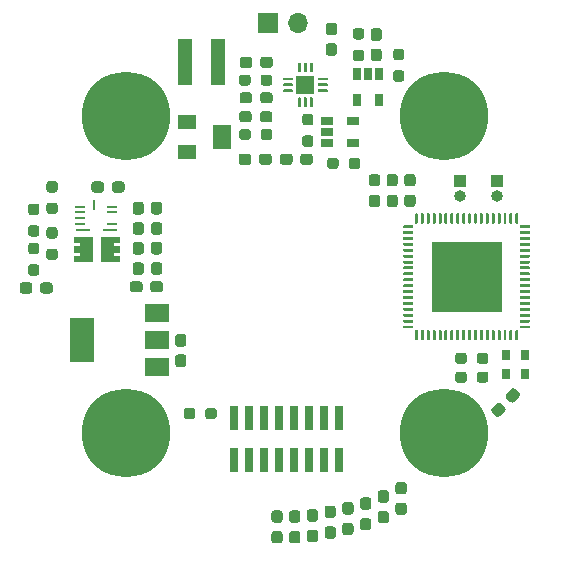
<source format=gbr>
%TF.GenerationSoftware,KiCad,Pcbnew,5.1.10-88a1d61d58~90~ubuntu20.04.1*%
%TF.CreationDate,2021-11-09T12:00:25+00:00*%
%TF.ProjectId,UFOControlDeck,55464f43-6f6e-4747-926f-6c4465636b2e,rev?*%
%TF.SameCoordinates,Original*%
%TF.FileFunction,Soldermask,Top*%
%TF.FilePolarity,Negative*%
%FSLAX46Y46*%
G04 Gerber Fmt 4.6, Leading zero omitted, Abs format (unit mm)*
G04 Created by KiCad (PCBNEW 5.1.10-88a1d61d58~90~ubuntu20.04.1) date 2021-11-09 12:00:25*
%MOMM*%
%LPD*%
G01*
G04 APERTURE LIST*
%ADD10C,0.010000*%
%ADD11R,0.250000X0.900000*%
%ADD12R,1.300000X0.250000*%
%ADD13R,0.900000X0.250000*%
%ADD14O,1.000000X1.000000*%
%ADD15R,1.000000X1.000000*%
%ADD16R,0.750000X2.100000*%
%ADD17R,2.000000X1.500000*%
%ADD18R,2.000000X3.800000*%
%ADD19R,6.000000X6.000000*%
%ADD20C,7.500000*%
%ADD21R,1.600000X1.300000*%
%ADD22R,1.600000X2.000000*%
%ADD23R,0.650000X1.060000*%
%ADD24R,1.650000X1.650000*%
%ADD25R,1.200000X3.900000*%
%ADD26O,1.700000X1.700000*%
%ADD27R,1.700000X1.700000*%
%ADD28R,1.060000X0.650000*%
%ADD29R,0.650000X0.850000*%
G04 APERTURE END LIST*
D10*
%TO.C,U8*%
G36*
X120800000Y-112075000D02*
G01*
X120800000Y-112525000D01*
X121300000Y-112525000D01*
X121300000Y-112875000D01*
X120800000Y-112875000D01*
X120800000Y-113325000D01*
X121300000Y-113325000D01*
X121300000Y-113675000D01*
X120800000Y-113675000D01*
X120800000Y-114125000D01*
X122300000Y-114125000D01*
X122300000Y-112075000D01*
X120800000Y-112075000D01*
G37*
X120800000Y-112075000D02*
X120800000Y-112525000D01*
X121300000Y-112525000D01*
X121300000Y-112875000D01*
X120800000Y-112875000D01*
X120800000Y-113325000D01*
X121300000Y-113325000D01*
X121300000Y-113675000D01*
X120800000Y-113675000D01*
X120800000Y-114125000D01*
X122300000Y-114125000D01*
X122300000Y-112075000D01*
X120800000Y-112075000D01*
G36*
X124600000Y-112075000D02*
G01*
X124600000Y-112525000D01*
X124100000Y-112525000D01*
X124100000Y-112875000D01*
X124600000Y-112875000D01*
X124600000Y-113325000D01*
X124100000Y-113325000D01*
X124100000Y-113675000D01*
X124600000Y-113675000D01*
X124600000Y-114125000D01*
X123100000Y-114125000D01*
X123100000Y-112075000D01*
X124600000Y-112075000D01*
G37*
X124600000Y-112075000D02*
X124600000Y-112525000D01*
X124100000Y-112525000D01*
X124100000Y-112875000D01*
X124600000Y-112875000D01*
X124600000Y-113325000D01*
X124100000Y-113325000D01*
X124100000Y-113675000D01*
X124600000Y-113675000D01*
X124600000Y-114125000D01*
X123100000Y-114125000D01*
X123100000Y-112075000D01*
X124600000Y-112075000D01*
%TD*%
%TO.C,D3*%
G36*
G01*
X146012500Y-108500000D02*
X146487500Y-108500000D01*
G75*
G02*
X146725000Y-108737500I0J-237500D01*
G01*
X146725000Y-109312500D01*
G75*
G02*
X146487500Y-109550000I-237500J0D01*
G01*
X146012500Y-109550000D01*
G75*
G02*
X145775000Y-109312500I0J237500D01*
G01*
X145775000Y-108737500D01*
G75*
G02*
X146012500Y-108500000I237500J0D01*
G01*
G37*
G36*
G01*
X146012500Y-106750000D02*
X146487500Y-106750000D01*
G75*
G02*
X146725000Y-106987500I0J-237500D01*
G01*
X146725000Y-107562500D01*
G75*
G02*
X146487500Y-107800000I-237500J0D01*
G01*
X146012500Y-107800000D01*
G75*
G02*
X145775000Y-107562500I0J237500D01*
G01*
X145775000Y-106987500D01*
G75*
G02*
X146012500Y-106750000I237500J0D01*
G01*
G37*
%TD*%
%TO.C,D1*%
G36*
G01*
X147512500Y-108500000D02*
X147987500Y-108500000D01*
G75*
G02*
X148225000Y-108737500I0J-237500D01*
G01*
X148225000Y-109312500D01*
G75*
G02*
X147987500Y-109550000I-237500J0D01*
G01*
X147512500Y-109550000D01*
G75*
G02*
X147275000Y-109312500I0J237500D01*
G01*
X147275000Y-108737500D01*
G75*
G02*
X147512500Y-108500000I237500J0D01*
G01*
G37*
G36*
G01*
X147512500Y-106750000D02*
X147987500Y-106750000D01*
G75*
G02*
X148225000Y-106987500I0J-237500D01*
G01*
X148225000Y-107562500D01*
G75*
G02*
X147987500Y-107800000I-237500J0D01*
G01*
X147512500Y-107800000D01*
G75*
G02*
X147275000Y-107562500I0J237500D01*
G01*
X147275000Y-106987500D01*
G75*
G02*
X147512500Y-106750000I237500J0D01*
G01*
G37*
%TD*%
%TO.C,C48*%
G36*
G01*
X142837500Y-95012499D02*
X142362500Y-95012499D01*
G75*
G02*
X142125000Y-94774999I0J237500D01*
G01*
X142125000Y-94174999D01*
G75*
G02*
X142362500Y-93937499I237500J0D01*
G01*
X142837500Y-93937499D01*
G75*
G02*
X143075000Y-94174999I0J-237500D01*
G01*
X143075000Y-94774999D01*
G75*
G02*
X142837500Y-95012499I-237500J0D01*
G01*
G37*
G36*
G01*
X142837500Y-96737499D02*
X142362500Y-96737499D01*
G75*
G02*
X142125000Y-96499999I0J237500D01*
G01*
X142125000Y-95899999D01*
G75*
G02*
X142362500Y-95662499I237500J0D01*
G01*
X142837500Y-95662499D01*
G75*
G02*
X143075000Y-95899999I0J-237500D01*
G01*
X143075000Y-96499999D01*
G75*
G02*
X142837500Y-96737499I-237500J0D01*
G01*
G37*
%TD*%
D11*
%TO.C,U8*%
X122525000Y-109350000D03*
D12*
X123850000Y-111500000D03*
D13*
X124050000Y-111000000D03*
X124050000Y-110000000D03*
X124050000Y-109500000D03*
D12*
X121550000Y-111500000D03*
D13*
X121350000Y-111000000D03*
X121350000Y-110500000D03*
X121350000Y-110000000D03*
X121350000Y-109500000D03*
%TD*%
%TO.C,R35*%
G36*
G01*
X117162500Y-111075000D02*
X117637500Y-111075000D01*
G75*
G02*
X117875000Y-111312500I0J-237500D01*
G01*
X117875000Y-111812500D01*
G75*
G02*
X117637500Y-112050000I-237500J0D01*
G01*
X117162500Y-112050000D01*
G75*
G02*
X116925000Y-111812500I0J237500D01*
G01*
X116925000Y-111312500D01*
G75*
G02*
X117162500Y-111075000I237500J0D01*
G01*
G37*
G36*
G01*
X117162500Y-109250000D02*
X117637500Y-109250000D01*
G75*
G02*
X117875000Y-109487500I0J-237500D01*
G01*
X117875000Y-109987500D01*
G75*
G02*
X117637500Y-110225000I-237500J0D01*
G01*
X117162500Y-110225000D01*
G75*
G02*
X116925000Y-109987500I0J237500D01*
G01*
X116925000Y-109487500D01*
G75*
G02*
X117162500Y-109250000I237500J0D01*
G01*
G37*
%TD*%
%TO.C,R15*%
G36*
G01*
X154912500Y-122587500D02*
X154912500Y-122112500D01*
G75*
G02*
X155150000Y-121875000I237500J0D01*
G01*
X155650000Y-121875000D01*
G75*
G02*
X155887500Y-122112500I0J-237500D01*
G01*
X155887500Y-122587500D01*
G75*
G02*
X155650000Y-122825000I-237500J0D01*
G01*
X155150000Y-122825000D01*
G75*
G02*
X154912500Y-122587500I0J237500D01*
G01*
G37*
G36*
G01*
X153087500Y-122587500D02*
X153087500Y-122112500D01*
G75*
G02*
X153325000Y-121875000I237500J0D01*
G01*
X153825000Y-121875000D01*
G75*
G02*
X154062500Y-122112500I0J-237500D01*
G01*
X154062500Y-122587500D01*
G75*
G02*
X153825000Y-122825000I-237500J0D01*
G01*
X153325000Y-122825000D01*
G75*
G02*
X153087500Y-122587500I0J237500D01*
G01*
G37*
%TD*%
%TO.C,R14*%
G36*
G01*
X154062500Y-123712500D02*
X154062500Y-124187500D01*
G75*
G02*
X153825000Y-124425000I-237500J0D01*
G01*
X153325000Y-124425000D01*
G75*
G02*
X153087500Y-124187500I0J237500D01*
G01*
X153087500Y-123712500D01*
G75*
G02*
X153325000Y-123475000I237500J0D01*
G01*
X153825000Y-123475000D01*
G75*
G02*
X154062500Y-123712500I0J-237500D01*
G01*
G37*
G36*
G01*
X155887500Y-123712500D02*
X155887500Y-124187500D01*
G75*
G02*
X155650000Y-124425000I-237500J0D01*
G01*
X155150000Y-124425000D01*
G75*
G02*
X154912500Y-124187500I0J237500D01*
G01*
X154912500Y-123712500D01*
G75*
G02*
X155150000Y-123475000I237500J0D01*
G01*
X155650000Y-123475000D01*
G75*
G02*
X155887500Y-123712500I0J-237500D01*
G01*
G37*
%TD*%
%TO.C,R9*%
G36*
G01*
X131062500Y-126787500D02*
X131062500Y-127262500D01*
G75*
G02*
X130825000Y-127500000I-237500J0D01*
G01*
X130325000Y-127500000D01*
G75*
G02*
X130087500Y-127262500I0J237500D01*
G01*
X130087500Y-126787500D01*
G75*
G02*
X130325000Y-126550000I237500J0D01*
G01*
X130825000Y-126550000D01*
G75*
G02*
X131062500Y-126787500I0J-237500D01*
G01*
G37*
G36*
G01*
X132887500Y-126787500D02*
X132887500Y-127262500D01*
G75*
G02*
X132650000Y-127500000I-237500J0D01*
G01*
X132150000Y-127500000D01*
G75*
G02*
X131912500Y-127262500I0J237500D01*
G01*
X131912500Y-126787500D01*
G75*
G02*
X132150000Y-126550000I237500J0D01*
G01*
X132650000Y-126550000D01*
G75*
G02*
X132887500Y-126787500I0J-237500D01*
G01*
G37*
%TD*%
%TO.C,R6*%
G36*
G01*
X117637500Y-113537500D02*
X117162500Y-113537500D01*
G75*
G02*
X116925000Y-113300000I0J237500D01*
G01*
X116925000Y-112800000D01*
G75*
G02*
X117162500Y-112562500I237500J0D01*
G01*
X117637500Y-112562500D01*
G75*
G02*
X117875000Y-112800000I0J-237500D01*
G01*
X117875000Y-113300000D01*
G75*
G02*
X117637500Y-113537500I-237500J0D01*
G01*
G37*
G36*
G01*
X117637500Y-115362500D02*
X117162500Y-115362500D01*
G75*
G02*
X116925000Y-115125000I0J237500D01*
G01*
X116925000Y-114625000D01*
G75*
G02*
X117162500Y-114387500I237500J0D01*
G01*
X117637500Y-114387500D01*
G75*
G02*
X117875000Y-114625000I0J-237500D01*
G01*
X117875000Y-115125000D01*
G75*
G02*
X117637500Y-115362500I-237500J0D01*
G01*
G37*
%TD*%
%TO.C,R5*%
G36*
G01*
X118712500Y-109162500D02*
X119187500Y-109162500D01*
G75*
G02*
X119425000Y-109400000I0J-237500D01*
G01*
X119425000Y-109900000D01*
G75*
G02*
X119187500Y-110137500I-237500J0D01*
G01*
X118712500Y-110137500D01*
G75*
G02*
X118475000Y-109900000I0J237500D01*
G01*
X118475000Y-109400000D01*
G75*
G02*
X118712500Y-109162500I237500J0D01*
G01*
G37*
G36*
G01*
X118712500Y-107337500D02*
X119187500Y-107337500D01*
G75*
G02*
X119425000Y-107575000I0J-237500D01*
G01*
X119425000Y-108075000D01*
G75*
G02*
X119187500Y-108312500I-237500J0D01*
G01*
X118712500Y-108312500D01*
G75*
G02*
X118475000Y-108075000I0J237500D01*
G01*
X118475000Y-107575000D01*
G75*
G02*
X118712500Y-107337500I237500J0D01*
G01*
G37*
%TD*%
%TO.C,R4*%
G36*
G01*
X118712500Y-113062500D02*
X119187500Y-113062500D01*
G75*
G02*
X119425000Y-113300000I0J-237500D01*
G01*
X119425000Y-113800000D01*
G75*
G02*
X119187500Y-114037500I-237500J0D01*
G01*
X118712500Y-114037500D01*
G75*
G02*
X118475000Y-113800000I0J237500D01*
G01*
X118475000Y-113300000D01*
G75*
G02*
X118712500Y-113062500I237500J0D01*
G01*
G37*
G36*
G01*
X118712500Y-111237500D02*
X119187500Y-111237500D01*
G75*
G02*
X119425000Y-111475000I0J-237500D01*
G01*
X119425000Y-111975000D01*
G75*
G02*
X119187500Y-112212500I-237500J0D01*
G01*
X118712500Y-112212500D01*
G75*
G02*
X118475000Y-111975000I0J237500D01*
G01*
X118475000Y-111475000D01*
G75*
G02*
X118712500Y-111237500I237500J0D01*
G01*
G37*
%TD*%
D14*
%TO.C,J10*%
X153500000Y-108620000D03*
D15*
X153500000Y-107350000D03*
%TD*%
D14*
%TO.C,J3*%
X156625000Y-108620000D03*
D15*
X156625000Y-107350000D03*
%TD*%
%TO.C,D13*%
G36*
G01*
X149012500Y-108500000D02*
X149487500Y-108500000D01*
G75*
G02*
X149725000Y-108737500I0J-237500D01*
G01*
X149725000Y-109312500D01*
G75*
G02*
X149487500Y-109550000I-237500J0D01*
G01*
X149012500Y-109550000D01*
G75*
G02*
X148775000Y-109312500I0J237500D01*
G01*
X148775000Y-108737500D01*
G75*
G02*
X149012500Y-108500000I237500J0D01*
G01*
G37*
G36*
G01*
X149012500Y-106750000D02*
X149487500Y-106750000D01*
G75*
G02*
X149725000Y-106987500I0J-237500D01*
G01*
X149725000Y-107562500D01*
G75*
G02*
X149487500Y-107800000I-237500J0D01*
G01*
X149012500Y-107800000D01*
G75*
G02*
X148775000Y-107562500I0J237500D01*
G01*
X148775000Y-106987500D01*
G75*
G02*
X149012500Y-106750000I237500J0D01*
G01*
G37*
%TD*%
%TO.C,C40*%
G36*
G01*
X127562500Y-114212499D02*
X128037500Y-114212499D01*
G75*
G02*
X128275000Y-114449999I0J-237500D01*
G01*
X128275000Y-115049999D01*
G75*
G02*
X128037500Y-115287499I-237500J0D01*
G01*
X127562500Y-115287499D01*
G75*
G02*
X127325000Y-115049999I0J237500D01*
G01*
X127325000Y-114449999D01*
G75*
G02*
X127562500Y-114212499I237500J0D01*
G01*
G37*
G36*
G01*
X127562500Y-112487499D02*
X128037500Y-112487499D01*
G75*
G02*
X128275000Y-112724999I0J-237500D01*
G01*
X128275000Y-113324999D01*
G75*
G02*
X128037500Y-113562499I-237500J0D01*
G01*
X127562500Y-113562499D01*
G75*
G02*
X127325000Y-113324999I0J237500D01*
G01*
X127325000Y-112724999D01*
G75*
G02*
X127562500Y-112487499I237500J0D01*
G01*
G37*
%TD*%
%TO.C,C39*%
G36*
G01*
X126012500Y-114225000D02*
X126487500Y-114225000D01*
G75*
G02*
X126725000Y-114462500I0J-237500D01*
G01*
X126725000Y-115062500D01*
G75*
G02*
X126487500Y-115300000I-237500J0D01*
G01*
X126012500Y-115300000D01*
G75*
G02*
X125775000Y-115062500I0J237500D01*
G01*
X125775000Y-114462500D01*
G75*
G02*
X126012500Y-114225000I237500J0D01*
G01*
G37*
G36*
G01*
X126012500Y-112500000D02*
X126487500Y-112500000D01*
G75*
G02*
X126725000Y-112737500I0J-237500D01*
G01*
X126725000Y-113337500D01*
G75*
G02*
X126487500Y-113575000I-237500J0D01*
G01*
X126012500Y-113575000D01*
G75*
G02*
X125775000Y-113337500I0J237500D01*
G01*
X125775000Y-112737500D01*
G75*
G02*
X126012500Y-112500000I237500J0D01*
G01*
G37*
%TD*%
%TO.C,C14*%
G36*
G01*
X157747748Y-126038128D02*
X157411872Y-125702252D01*
G75*
G02*
X157411872Y-125366376I167938J167938D01*
G01*
X157836136Y-124942112D01*
G75*
G02*
X158172012Y-124942112I167938J-167938D01*
G01*
X158507888Y-125277988D01*
G75*
G02*
X158507888Y-125613864I-167938J-167938D01*
G01*
X158083624Y-126038128D01*
G75*
G02*
X157747748Y-126038128I-167938J167938D01*
G01*
G37*
G36*
G01*
X156527988Y-127257888D02*
X156192112Y-126922012D01*
G75*
G02*
X156192112Y-126586136I167938J167938D01*
G01*
X156616376Y-126161872D01*
G75*
G02*
X156952252Y-126161872I167938J-167938D01*
G01*
X157288128Y-126497748D01*
G75*
G02*
X157288128Y-126833624I-167938J-167938D01*
G01*
X156863864Y-127257888D01*
G75*
G02*
X156527988Y-127257888I-167938J167938D01*
G01*
G37*
%TD*%
%TO.C,C9*%
G36*
G01*
X128037500Y-110175000D02*
X127562500Y-110175000D01*
G75*
G02*
X127325000Y-109937500I0J237500D01*
G01*
X127325000Y-109337500D01*
G75*
G02*
X127562500Y-109100000I237500J0D01*
G01*
X128037500Y-109100000D01*
G75*
G02*
X128275000Y-109337500I0J-237500D01*
G01*
X128275000Y-109937500D01*
G75*
G02*
X128037500Y-110175000I-237500J0D01*
G01*
G37*
G36*
G01*
X128037500Y-111900000D02*
X127562500Y-111900000D01*
G75*
G02*
X127325000Y-111662500I0J237500D01*
G01*
X127325000Y-111062500D01*
G75*
G02*
X127562500Y-110825000I237500J0D01*
G01*
X128037500Y-110825000D01*
G75*
G02*
X128275000Y-111062500I0J-237500D01*
G01*
X128275000Y-111662500D01*
G75*
G02*
X128037500Y-111900000I-237500J0D01*
G01*
G37*
%TD*%
%TO.C,C8*%
G36*
G01*
X126487500Y-110175000D02*
X126012500Y-110175000D01*
G75*
G02*
X125775000Y-109937500I0J237500D01*
G01*
X125775000Y-109337500D01*
G75*
G02*
X126012500Y-109100000I237500J0D01*
G01*
X126487500Y-109100000D01*
G75*
G02*
X126725000Y-109337500I0J-237500D01*
G01*
X126725000Y-109937500D01*
G75*
G02*
X126487500Y-110175000I-237500J0D01*
G01*
G37*
G36*
G01*
X126487500Y-111900000D02*
X126012500Y-111900000D01*
G75*
G02*
X125775000Y-111662500I0J237500D01*
G01*
X125775000Y-111062500D01*
G75*
G02*
X126012500Y-110825000I237500J0D01*
G01*
X126487500Y-110825000D01*
G75*
G02*
X126725000Y-111062500I0J-237500D01*
G01*
X126725000Y-111662500D01*
G75*
G02*
X126487500Y-111900000I-237500J0D01*
G01*
G37*
%TD*%
%TO.C,C6*%
G36*
G01*
X124012500Y-108087500D02*
X124012500Y-107612500D01*
G75*
G02*
X124250000Y-107375000I237500J0D01*
G01*
X124850000Y-107375000D01*
G75*
G02*
X125087500Y-107612500I0J-237500D01*
G01*
X125087500Y-108087500D01*
G75*
G02*
X124850000Y-108325000I-237500J0D01*
G01*
X124250000Y-108325000D01*
G75*
G02*
X124012500Y-108087500I0J237500D01*
G01*
G37*
G36*
G01*
X122287500Y-108087500D02*
X122287500Y-107612500D01*
G75*
G02*
X122525000Y-107375000I237500J0D01*
G01*
X123125000Y-107375000D01*
G75*
G02*
X123362500Y-107612500I0J-237500D01*
G01*
X123362500Y-108087500D01*
G75*
G02*
X123125000Y-108325000I-237500J0D01*
G01*
X122525000Y-108325000D01*
G75*
G02*
X122287500Y-108087500I0J237500D01*
G01*
G37*
%TD*%
%TO.C,C4*%
G36*
G01*
X117287500Y-116162500D02*
X117287500Y-116637500D01*
G75*
G02*
X117050000Y-116875000I-237500J0D01*
G01*
X116450000Y-116875000D01*
G75*
G02*
X116212500Y-116637500I0J237500D01*
G01*
X116212500Y-116162500D01*
G75*
G02*
X116450000Y-115925000I237500J0D01*
G01*
X117050000Y-115925000D01*
G75*
G02*
X117287500Y-116162500I0J-237500D01*
G01*
G37*
G36*
G01*
X119012500Y-116162500D02*
X119012500Y-116637500D01*
G75*
G02*
X118775000Y-116875000I-237500J0D01*
G01*
X118175000Y-116875000D01*
G75*
G02*
X117937500Y-116637500I0J237500D01*
G01*
X117937500Y-116162500D01*
G75*
G02*
X118175000Y-115925000I237500J0D01*
G01*
X118775000Y-115925000D01*
G75*
G02*
X119012500Y-116162500I0J-237500D01*
G01*
G37*
%TD*%
%TO.C,R2*%
G36*
G01*
X143212500Y-105612500D02*
X143212500Y-106087500D01*
G75*
G02*
X142975000Y-106325000I-237500J0D01*
G01*
X142475000Y-106325000D01*
G75*
G02*
X142237500Y-106087500I0J237500D01*
G01*
X142237500Y-105612500D01*
G75*
G02*
X142475000Y-105375000I237500J0D01*
G01*
X142975000Y-105375000D01*
G75*
G02*
X143212500Y-105612500I0J-237500D01*
G01*
G37*
G36*
G01*
X145037500Y-105612500D02*
X145037500Y-106087500D01*
G75*
G02*
X144800000Y-106325000I-237500J0D01*
G01*
X144300000Y-106325000D01*
G75*
G02*
X144062500Y-106087500I0J237500D01*
G01*
X144062500Y-105612500D01*
G75*
G02*
X144300000Y-105375000I237500J0D01*
G01*
X144800000Y-105375000D01*
G75*
G02*
X145037500Y-105612500I0J-237500D01*
G01*
G37*
%TD*%
%TO.C,R1*%
G36*
G01*
X148062500Y-97962500D02*
X148537500Y-97962500D01*
G75*
G02*
X148775000Y-98200000I0J-237500D01*
G01*
X148775000Y-98700000D01*
G75*
G02*
X148537500Y-98937500I-237500J0D01*
G01*
X148062500Y-98937500D01*
G75*
G02*
X147825000Y-98700000I0J237500D01*
G01*
X147825000Y-98200000D01*
G75*
G02*
X148062500Y-97962500I237500J0D01*
G01*
G37*
G36*
G01*
X148062500Y-96137500D02*
X148537500Y-96137500D01*
G75*
G02*
X148775000Y-96375000I0J-237500D01*
G01*
X148775000Y-96875000D01*
G75*
G02*
X148537500Y-97112500I-237500J0D01*
G01*
X148062500Y-97112500D01*
G75*
G02*
X147825000Y-96875000I0J237500D01*
G01*
X147825000Y-96375000D01*
G75*
G02*
X148062500Y-96137500I237500J0D01*
G01*
G37*
%TD*%
D16*
%TO.C,J2*%
X143245000Y-131000000D03*
X143245000Y-127400000D03*
X141975000Y-131000000D03*
X141975000Y-127400000D03*
X140705000Y-131000000D03*
X140705000Y-127400000D03*
X139435000Y-131000000D03*
X139435000Y-127400000D03*
X138165000Y-131000000D03*
X138165000Y-127400000D03*
X136895000Y-131000000D03*
X136895000Y-127400000D03*
X135625000Y-131000000D03*
X135625000Y-127400000D03*
X134355000Y-131000000D03*
X134355000Y-127400000D03*
%TD*%
D17*
%TO.C,U6*%
X127800000Y-123100000D03*
X127800000Y-118500000D03*
X127800000Y-120800000D03*
D18*
X121500000Y-120800000D03*
%TD*%
D19*
%TO.C,U3*%
X154050000Y-115450000D03*
G36*
G01*
X149487500Y-119825000D02*
X148737500Y-119825000D01*
G75*
G02*
X148675000Y-119762500I0J62500D01*
G01*
X148675000Y-119637500D01*
G75*
G02*
X148737500Y-119575000I62500J0D01*
G01*
X149487500Y-119575000D01*
G75*
G02*
X149550000Y-119637500I0J-62500D01*
G01*
X149550000Y-119762500D01*
G75*
G02*
X149487500Y-119825000I-62500J0D01*
G01*
G37*
G36*
G01*
X149487500Y-119325000D02*
X148737500Y-119325000D01*
G75*
G02*
X148675000Y-119262500I0J62500D01*
G01*
X148675000Y-119137500D01*
G75*
G02*
X148737500Y-119075000I62500J0D01*
G01*
X149487500Y-119075000D01*
G75*
G02*
X149550000Y-119137500I0J-62500D01*
G01*
X149550000Y-119262500D01*
G75*
G02*
X149487500Y-119325000I-62500J0D01*
G01*
G37*
G36*
G01*
X149487500Y-118825000D02*
X148737500Y-118825000D01*
G75*
G02*
X148675000Y-118762500I0J62500D01*
G01*
X148675000Y-118637500D01*
G75*
G02*
X148737500Y-118575000I62500J0D01*
G01*
X149487500Y-118575000D01*
G75*
G02*
X149550000Y-118637500I0J-62500D01*
G01*
X149550000Y-118762500D01*
G75*
G02*
X149487500Y-118825000I-62500J0D01*
G01*
G37*
G36*
G01*
X149487500Y-118325000D02*
X148737500Y-118325000D01*
G75*
G02*
X148675000Y-118262500I0J62500D01*
G01*
X148675000Y-118137500D01*
G75*
G02*
X148737500Y-118075000I62500J0D01*
G01*
X149487500Y-118075000D01*
G75*
G02*
X149550000Y-118137500I0J-62500D01*
G01*
X149550000Y-118262500D01*
G75*
G02*
X149487500Y-118325000I-62500J0D01*
G01*
G37*
G36*
G01*
X149487500Y-117825000D02*
X148737500Y-117825000D01*
G75*
G02*
X148675000Y-117762500I0J62500D01*
G01*
X148675000Y-117637500D01*
G75*
G02*
X148737500Y-117575000I62500J0D01*
G01*
X149487500Y-117575000D01*
G75*
G02*
X149550000Y-117637500I0J-62500D01*
G01*
X149550000Y-117762500D01*
G75*
G02*
X149487500Y-117825000I-62500J0D01*
G01*
G37*
G36*
G01*
X149487500Y-117325000D02*
X148737500Y-117325000D01*
G75*
G02*
X148675000Y-117262500I0J62500D01*
G01*
X148675000Y-117137500D01*
G75*
G02*
X148737500Y-117075000I62500J0D01*
G01*
X149487500Y-117075000D01*
G75*
G02*
X149550000Y-117137500I0J-62500D01*
G01*
X149550000Y-117262500D01*
G75*
G02*
X149487500Y-117325000I-62500J0D01*
G01*
G37*
G36*
G01*
X149487500Y-116825000D02*
X148737500Y-116825000D01*
G75*
G02*
X148675000Y-116762500I0J62500D01*
G01*
X148675000Y-116637500D01*
G75*
G02*
X148737500Y-116575000I62500J0D01*
G01*
X149487500Y-116575000D01*
G75*
G02*
X149550000Y-116637500I0J-62500D01*
G01*
X149550000Y-116762500D01*
G75*
G02*
X149487500Y-116825000I-62500J0D01*
G01*
G37*
G36*
G01*
X149487500Y-116325000D02*
X148737500Y-116325000D01*
G75*
G02*
X148675000Y-116262500I0J62500D01*
G01*
X148675000Y-116137500D01*
G75*
G02*
X148737500Y-116075000I62500J0D01*
G01*
X149487500Y-116075000D01*
G75*
G02*
X149550000Y-116137500I0J-62500D01*
G01*
X149550000Y-116262500D01*
G75*
G02*
X149487500Y-116325000I-62500J0D01*
G01*
G37*
G36*
G01*
X149487500Y-115825000D02*
X148737500Y-115825000D01*
G75*
G02*
X148675000Y-115762500I0J62500D01*
G01*
X148675000Y-115637500D01*
G75*
G02*
X148737500Y-115575000I62500J0D01*
G01*
X149487500Y-115575000D01*
G75*
G02*
X149550000Y-115637500I0J-62500D01*
G01*
X149550000Y-115762500D01*
G75*
G02*
X149487500Y-115825000I-62500J0D01*
G01*
G37*
G36*
G01*
X149487500Y-115325000D02*
X148737500Y-115325000D01*
G75*
G02*
X148675000Y-115262500I0J62500D01*
G01*
X148675000Y-115137500D01*
G75*
G02*
X148737500Y-115075000I62500J0D01*
G01*
X149487500Y-115075000D01*
G75*
G02*
X149550000Y-115137500I0J-62500D01*
G01*
X149550000Y-115262500D01*
G75*
G02*
X149487500Y-115325000I-62500J0D01*
G01*
G37*
G36*
G01*
X149487500Y-114825000D02*
X148737500Y-114825000D01*
G75*
G02*
X148675000Y-114762500I0J62500D01*
G01*
X148675000Y-114637500D01*
G75*
G02*
X148737500Y-114575000I62500J0D01*
G01*
X149487500Y-114575000D01*
G75*
G02*
X149550000Y-114637500I0J-62500D01*
G01*
X149550000Y-114762500D01*
G75*
G02*
X149487500Y-114825000I-62500J0D01*
G01*
G37*
G36*
G01*
X149487500Y-114325000D02*
X148737500Y-114325000D01*
G75*
G02*
X148675000Y-114262500I0J62500D01*
G01*
X148675000Y-114137500D01*
G75*
G02*
X148737500Y-114075000I62500J0D01*
G01*
X149487500Y-114075000D01*
G75*
G02*
X149550000Y-114137500I0J-62500D01*
G01*
X149550000Y-114262500D01*
G75*
G02*
X149487500Y-114325000I-62500J0D01*
G01*
G37*
G36*
G01*
X149487500Y-113825000D02*
X148737500Y-113825000D01*
G75*
G02*
X148675000Y-113762500I0J62500D01*
G01*
X148675000Y-113637500D01*
G75*
G02*
X148737500Y-113575000I62500J0D01*
G01*
X149487500Y-113575000D01*
G75*
G02*
X149550000Y-113637500I0J-62500D01*
G01*
X149550000Y-113762500D01*
G75*
G02*
X149487500Y-113825000I-62500J0D01*
G01*
G37*
G36*
G01*
X149487500Y-113325000D02*
X148737500Y-113325000D01*
G75*
G02*
X148675000Y-113262500I0J62500D01*
G01*
X148675000Y-113137500D01*
G75*
G02*
X148737500Y-113075000I62500J0D01*
G01*
X149487500Y-113075000D01*
G75*
G02*
X149550000Y-113137500I0J-62500D01*
G01*
X149550000Y-113262500D01*
G75*
G02*
X149487500Y-113325000I-62500J0D01*
G01*
G37*
G36*
G01*
X149487500Y-112825000D02*
X148737500Y-112825000D01*
G75*
G02*
X148675000Y-112762500I0J62500D01*
G01*
X148675000Y-112637500D01*
G75*
G02*
X148737500Y-112575000I62500J0D01*
G01*
X149487500Y-112575000D01*
G75*
G02*
X149550000Y-112637500I0J-62500D01*
G01*
X149550000Y-112762500D01*
G75*
G02*
X149487500Y-112825000I-62500J0D01*
G01*
G37*
G36*
G01*
X149487500Y-112325000D02*
X148737500Y-112325000D01*
G75*
G02*
X148675000Y-112262500I0J62500D01*
G01*
X148675000Y-112137500D01*
G75*
G02*
X148737500Y-112075000I62500J0D01*
G01*
X149487500Y-112075000D01*
G75*
G02*
X149550000Y-112137500I0J-62500D01*
G01*
X149550000Y-112262500D01*
G75*
G02*
X149487500Y-112325000I-62500J0D01*
G01*
G37*
G36*
G01*
X149487500Y-111825000D02*
X148737500Y-111825000D01*
G75*
G02*
X148675000Y-111762500I0J62500D01*
G01*
X148675000Y-111637500D01*
G75*
G02*
X148737500Y-111575000I62500J0D01*
G01*
X149487500Y-111575000D01*
G75*
G02*
X149550000Y-111637500I0J-62500D01*
G01*
X149550000Y-111762500D01*
G75*
G02*
X149487500Y-111825000I-62500J0D01*
G01*
G37*
G36*
G01*
X149487500Y-111325000D02*
X148737500Y-111325000D01*
G75*
G02*
X148675000Y-111262500I0J62500D01*
G01*
X148675000Y-111137500D01*
G75*
G02*
X148737500Y-111075000I62500J0D01*
G01*
X149487500Y-111075000D01*
G75*
G02*
X149550000Y-111137500I0J-62500D01*
G01*
X149550000Y-111262500D01*
G75*
G02*
X149487500Y-111325000I-62500J0D01*
G01*
G37*
G36*
G01*
X149862500Y-110950000D02*
X149737500Y-110950000D01*
G75*
G02*
X149675000Y-110887500I0J62500D01*
G01*
X149675000Y-110137500D01*
G75*
G02*
X149737500Y-110075000I62500J0D01*
G01*
X149862500Y-110075000D01*
G75*
G02*
X149925000Y-110137500I0J-62500D01*
G01*
X149925000Y-110887500D01*
G75*
G02*
X149862500Y-110950000I-62500J0D01*
G01*
G37*
G36*
G01*
X150362500Y-110950000D02*
X150237500Y-110950000D01*
G75*
G02*
X150175000Y-110887500I0J62500D01*
G01*
X150175000Y-110137500D01*
G75*
G02*
X150237500Y-110075000I62500J0D01*
G01*
X150362500Y-110075000D01*
G75*
G02*
X150425000Y-110137500I0J-62500D01*
G01*
X150425000Y-110887500D01*
G75*
G02*
X150362500Y-110950000I-62500J0D01*
G01*
G37*
G36*
G01*
X150862500Y-110950000D02*
X150737500Y-110950000D01*
G75*
G02*
X150675000Y-110887500I0J62500D01*
G01*
X150675000Y-110137500D01*
G75*
G02*
X150737500Y-110075000I62500J0D01*
G01*
X150862500Y-110075000D01*
G75*
G02*
X150925000Y-110137500I0J-62500D01*
G01*
X150925000Y-110887500D01*
G75*
G02*
X150862500Y-110950000I-62500J0D01*
G01*
G37*
G36*
G01*
X151362500Y-110950000D02*
X151237500Y-110950000D01*
G75*
G02*
X151175000Y-110887500I0J62500D01*
G01*
X151175000Y-110137500D01*
G75*
G02*
X151237500Y-110075000I62500J0D01*
G01*
X151362500Y-110075000D01*
G75*
G02*
X151425000Y-110137500I0J-62500D01*
G01*
X151425000Y-110887500D01*
G75*
G02*
X151362500Y-110950000I-62500J0D01*
G01*
G37*
G36*
G01*
X151862500Y-110950000D02*
X151737500Y-110950000D01*
G75*
G02*
X151675000Y-110887500I0J62500D01*
G01*
X151675000Y-110137500D01*
G75*
G02*
X151737500Y-110075000I62500J0D01*
G01*
X151862500Y-110075000D01*
G75*
G02*
X151925000Y-110137500I0J-62500D01*
G01*
X151925000Y-110887500D01*
G75*
G02*
X151862500Y-110950000I-62500J0D01*
G01*
G37*
G36*
G01*
X152362500Y-110950000D02*
X152237500Y-110950000D01*
G75*
G02*
X152175000Y-110887500I0J62500D01*
G01*
X152175000Y-110137500D01*
G75*
G02*
X152237500Y-110075000I62500J0D01*
G01*
X152362500Y-110075000D01*
G75*
G02*
X152425000Y-110137500I0J-62500D01*
G01*
X152425000Y-110887500D01*
G75*
G02*
X152362500Y-110950000I-62500J0D01*
G01*
G37*
G36*
G01*
X152862500Y-110950000D02*
X152737500Y-110950000D01*
G75*
G02*
X152675000Y-110887500I0J62500D01*
G01*
X152675000Y-110137500D01*
G75*
G02*
X152737500Y-110075000I62500J0D01*
G01*
X152862500Y-110075000D01*
G75*
G02*
X152925000Y-110137500I0J-62500D01*
G01*
X152925000Y-110887500D01*
G75*
G02*
X152862500Y-110950000I-62500J0D01*
G01*
G37*
G36*
G01*
X153362500Y-110950000D02*
X153237500Y-110950000D01*
G75*
G02*
X153175000Y-110887500I0J62500D01*
G01*
X153175000Y-110137500D01*
G75*
G02*
X153237500Y-110075000I62500J0D01*
G01*
X153362500Y-110075000D01*
G75*
G02*
X153425000Y-110137500I0J-62500D01*
G01*
X153425000Y-110887500D01*
G75*
G02*
X153362500Y-110950000I-62500J0D01*
G01*
G37*
G36*
G01*
X153862500Y-110950000D02*
X153737500Y-110950000D01*
G75*
G02*
X153675000Y-110887500I0J62500D01*
G01*
X153675000Y-110137500D01*
G75*
G02*
X153737500Y-110075000I62500J0D01*
G01*
X153862500Y-110075000D01*
G75*
G02*
X153925000Y-110137500I0J-62500D01*
G01*
X153925000Y-110887500D01*
G75*
G02*
X153862500Y-110950000I-62500J0D01*
G01*
G37*
G36*
G01*
X154362500Y-110950000D02*
X154237500Y-110950000D01*
G75*
G02*
X154175000Y-110887500I0J62500D01*
G01*
X154175000Y-110137500D01*
G75*
G02*
X154237500Y-110075000I62500J0D01*
G01*
X154362500Y-110075000D01*
G75*
G02*
X154425000Y-110137500I0J-62500D01*
G01*
X154425000Y-110887500D01*
G75*
G02*
X154362500Y-110950000I-62500J0D01*
G01*
G37*
G36*
G01*
X154862500Y-110950000D02*
X154737500Y-110950000D01*
G75*
G02*
X154675000Y-110887500I0J62500D01*
G01*
X154675000Y-110137500D01*
G75*
G02*
X154737500Y-110075000I62500J0D01*
G01*
X154862500Y-110075000D01*
G75*
G02*
X154925000Y-110137500I0J-62500D01*
G01*
X154925000Y-110887500D01*
G75*
G02*
X154862500Y-110950000I-62500J0D01*
G01*
G37*
G36*
G01*
X155362500Y-110950000D02*
X155237500Y-110950000D01*
G75*
G02*
X155175000Y-110887500I0J62500D01*
G01*
X155175000Y-110137500D01*
G75*
G02*
X155237500Y-110075000I62500J0D01*
G01*
X155362500Y-110075000D01*
G75*
G02*
X155425000Y-110137500I0J-62500D01*
G01*
X155425000Y-110887500D01*
G75*
G02*
X155362500Y-110950000I-62500J0D01*
G01*
G37*
G36*
G01*
X155862500Y-110950000D02*
X155737500Y-110950000D01*
G75*
G02*
X155675000Y-110887500I0J62500D01*
G01*
X155675000Y-110137500D01*
G75*
G02*
X155737500Y-110075000I62500J0D01*
G01*
X155862500Y-110075000D01*
G75*
G02*
X155925000Y-110137500I0J-62500D01*
G01*
X155925000Y-110887500D01*
G75*
G02*
X155862500Y-110950000I-62500J0D01*
G01*
G37*
G36*
G01*
X156362500Y-110950000D02*
X156237500Y-110950000D01*
G75*
G02*
X156175000Y-110887500I0J62500D01*
G01*
X156175000Y-110137500D01*
G75*
G02*
X156237500Y-110075000I62500J0D01*
G01*
X156362500Y-110075000D01*
G75*
G02*
X156425000Y-110137500I0J-62500D01*
G01*
X156425000Y-110887500D01*
G75*
G02*
X156362500Y-110950000I-62500J0D01*
G01*
G37*
G36*
G01*
X156862500Y-110950000D02*
X156737500Y-110950000D01*
G75*
G02*
X156675000Y-110887500I0J62500D01*
G01*
X156675000Y-110137500D01*
G75*
G02*
X156737500Y-110075000I62500J0D01*
G01*
X156862500Y-110075000D01*
G75*
G02*
X156925000Y-110137500I0J-62500D01*
G01*
X156925000Y-110887500D01*
G75*
G02*
X156862500Y-110950000I-62500J0D01*
G01*
G37*
G36*
G01*
X157362500Y-110950000D02*
X157237500Y-110950000D01*
G75*
G02*
X157175000Y-110887500I0J62500D01*
G01*
X157175000Y-110137500D01*
G75*
G02*
X157237500Y-110075000I62500J0D01*
G01*
X157362500Y-110075000D01*
G75*
G02*
X157425000Y-110137500I0J-62500D01*
G01*
X157425000Y-110887500D01*
G75*
G02*
X157362500Y-110950000I-62500J0D01*
G01*
G37*
G36*
G01*
X157862500Y-110950000D02*
X157737500Y-110950000D01*
G75*
G02*
X157675000Y-110887500I0J62500D01*
G01*
X157675000Y-110137500D01*
G75*
G02*
X157737500Y-110075000I62500J0D01*
G01*
X157862500Y-110075000D01*
G75*
G02*
X157925000Y-110137500I0J-62500D01*
G01*
X157925000Y-110887500D01*
G75*
G02*
X157862500Y-110950000I-62500J0D01*
G01*
G37*
G36*
G01*
X158362500Y-110950000D02*
X158237500Y-110950000D01*
G75*
G02*
X158175000Y-110887500I0J62500D01*
G01*
X158175000Y-110137500D01*
G75*
G02*
X158237500Y-110075000I62500J0D01*
G01*
X158362500Y-110075000D01*
G75*
G02*
X158425000Y-110137500I0J-62500D01*
G01*
X158425000Y-110887500D01*
G75*
G02*
X158362500Y-110950000I-62500J0D01*
G01*
G37*
G36*
G01*
X159362500Y-111325000D02*
X158612500Y-111325000D01*
G75*
G02*
X158550000Y-111262500I0J62500D01*
G01*
X158550000Y-111137500D01*
G75*
G02*
X158612500Y-111075000I62500J0D01*
G01*
X159362500Y-111075000D01*
G75*
G02*
X159425000Y-111137500I0J-62500D01*
G01*
X159425000Y-111262500D01*
G75*
G02*
X159362500Y-111325000I-62500J0D01*
G01*
G37*
G36*
G01*
X159362500Y-111825000D02*
X158612500Y-111825000D01*
G75*
G02*
X158550000Y-111762500I0J62500D01*
G01*
X158550000Y-111637500D01*
G75*
G02*
X158612500Y-111575000I62500J0D01*
G01*
X159362500Y-111575000D01*
G75*
G02*
X159425000Y-111637500I0J-62500D01*
G01*
X159425000Y-111762500D01*
G75*
G02*
X159362500Y-111825000I-62500J0D01*
G01*
G37*
G36*
G01*
X159362500Y-112325000D02*
X158612500Y-112325000D01*
G75*
G02*
X158550000Y-112262500I0J62500D01*
G01*
X158550000Y-112137500D01*
G75*
G02*
X158612500Y-112075000I62500J0D01*
G01*
X159362500Y-112075000D01*
G75*
G02*
X159425000Y-112137500I0J-62500D01*
G01*
X159425000Y-112262500D01*
G75*
G02*
X159362500Y-112325000I-62500J0D01*
G01*
G37*
G36*
G01*
X159362500Y-112825000D02*
X158612500Y-112825000D01*
G75*
G02*
X158550000Y-112762500I0J62500D01*
G01*
X158550000Y-112637500D01*
G75*
G02*
X158612500Y-112575000I62500J0D01*
G01*
X159362500Y-112575000D01*
G75*
G02*
X159425000Y-112637500I0J-62500D01*
G01*
X159425000Y-112762500D01*
G75*
G02*
X159362500Y-112825000I-62500J0D01*
G01*
G37*
G36*
G01*
X159362500Y-113325000D02*
X158612500Y-113325000D01*
G75*
G02*
X158550000Y-113262500I0J62500D01*
G01*
X158550000Y-113137500D01*
G75*
G02*
X158612500Y-113075000I62500J0D01*
G01*
X159362500Y-113075000D01*
G75*
G02*
X159425000Y-113137500I0J-62500D01*
G01*
X159425000Y-113262500D01*
G75*
G02*
X159362500Y-113325000I-62500J0D01*
G01*
G37*
G36*
G01*
X159362500Y-113825000D02*
X158612500Y-113825000D01*
G75*
G02*
X158550000Y-113762500I0J62500D01*
G01*
X158550000Y-113637500D01*
G75*
G02*
X158612500Y-113575000I62500J0D01*
G01*
X159362500Y-113575000D01*
G75*
G02*
X159425000Y-113637500I0J-62500D01*
G01*
X159425000Y-113762500D01*
G75*
G02*
X159362500Y-113825000I-62500J0D01*
G01*
G37*
G36*
G01*
X159362500Y-114325000D02*
X158612500Y-114325000D01*
G75*
G02*
X158550000Y-114262500I0J62500D01*
G01*
X158550000Y-114137500D01*
G75*
G02*
X158612500Y-114075000I62500J0D01*
G01*
X159362500Y-114075000D01*
G75*
G02*
X159425000Y-114137500I0J-62500D01*
G01*
X159425000Y-114262500D01*
G75*
G02*
X159362500Y-114325000I-62500J0D01*
G01*
G37*
G36*
G01*
X159362500Y-114825000D02*
X158612500Y-114825000D01*
G75*
G02*
X158550000Y-114762500I0J62500D01*
G01*
X158550000Y-114637500D01*
G75*
G02*
X158612500Y-114575000I62500J0D01*
G01*
X159362500Y-114575000D01*
G75*
G02*
X159425000Y-114637500I0J-62500D01*
G01*
X159425000Y-114762500D01*
G75*
G02*
X159362500Y-114825000I-62500J0D01*
G01*
G37*
G36*
G01*
X159362500Y-115325000D02*
X158612500Y-115325000D01*
G75*
G02*
X158550000Y-115262500I0J62500D01*
G01*
X158550000Y-115137500D01*
G75*
G02*
X158612500Y-115075000I62500J0D01*
G01*
X159362500Y-115075000D01*
G75*
G02*
X159425000Y-115137500I0J-62500D01*
G01*
X159425000Y-115262500D01*
G75*
G02*
X159362500Y-115325000I-62500J0D01*
G01*
G37*
G36*
G01*
X159362500Y-115825000D02*
X158612500Y-115825000D01*
G75*
G02*
X158550000Y-115762500I0J62500D01*
G01*
X158550000Y-115637500D01*
G75*
G02*
X158612500Y-115575000I62500J0D01*
G01*
X159362500Y-115575000D01*
G75*
G02*
X159425000Y-115637500I0J-62500D01*
G01*
X159425000Y-115762500D01*
G75*
G02*
X159362500Y-115825000I-62500J0D01*
G01*
G37*
G36*
G01*
X159362500Y-116325000D02*
X158612500Y-116325000D01*
G75*
G02*
X158550000Y-116262500I0J62500D01*
G01*
X158550000Y-116137500D01*
G75*
G02*
X158612500Y-116075000I62500J0D01*
G01*
X159362500Y-116075000D01*
G75*
G02*
X159425000Y-116137500I0J-62500D01*
G01*
X159425000Y-116262500D01*
G75*
G02*
X159362500Y-116325000I-62500J0D01*
G01*
G37*
G36*
G01*
X159362500Y-116825000D02*
X158612500Y-116825000D01*
G75*
G02*
X158550000Y-116762500I0J62500D01*
G01*
X158550000Y-116637500D01*
G75*
G02*
X158612500Y-116575000I62500J0D01*
G01*
X159362500Y-116575000D01*
G75*
G02*
X159425000Y-116637500I0J-62500D01*
G01*
X159425000Y-116762500D01*
G75*
G02*
X159362500Y-116825000I-62500J0D01*
G01*
G37*
G36*
G01*
X159362500Y-117325000D02*
X158612500Y-117325000D01*
G75*
G02*
X158550000Y-117262500I0J62500D01*
G01*
X158550000Y-117137500D01*
G75*
G02*
X158612500Y-117075000I62500J0D01*
G01*
X159362500Y-117075000D01*
G75*
G02*
X159425000Y-117137500I0J-62500D01*
G01*
X159425000Y-117262500D01*
G75*
G02*
X159362500Y-117325000I-62500J0D01*
G01*
G37*
G36*
G01*
X159362500Y-117825000D02*
X158612500Y-117825000D01*
G75*
G02*
X158550000Y-117762500I0J62500D01*
G01*
X158550000Y-117637500D01*
G75*
G02*
X158612500Y-117575000I62500J0D01*
G01*
X159362500Y-117575000D01*
G75*
G02*
X159425000Y-117637500I0J-62500D01*
G01*
X159425000Y-117762500D01*
G75*
G02*
X159362500Y-117825000I-62500J0D01*
G01*
G37*
G36*
G01*
X159362500Y-118325000D02*
X158612500Y-118325000D01*
G75*
G02*
X158550000Y-118262500I0J62500D01*
G01*
X158550000Y-118137500D01*
G75*
G02*
X158612500Y-118075000I62500J0D01*
G01*
X159362500Y-118075000D01*
G75*
G02*
X159425000Y-118137500I0J-62500D01*
G01*
X159425000Y-118262500D01*
G75*
G02*
X159362500Y-118325000I-62500J0D01*
G01*
G37*
G36*
G01*
X159362500Y-118825000D02*
X158612500Y-118825000D01*
G75*
G02*
X158550000Y-118762500I0J62500D01*
G01*
X158550000Y-118637500D01*
G75*
G02*
X158612500Y-118575000I62500J0D01*
G01*
X159362500Y-118575000D01*
G75*
G02*
X159425000Y-118637500I0J-62500D01*
G01*
X159425000Y-118762500D01*
G75*
G02*
X159362500Y-118825000I-62500J0D01*
G01*
G37*
G36*
G01*
X159362500Y-119325000D02*
X158612500Y-119325000D01*
G75*
G02*
X158550000Y-119262500I0J62500D01*
G01*
X158550000Y-119137500D01*
G75*
G02*
X158612500Y-119075000I62500J0D01*
G01*
X159362500Y-119075000D01*
G75*
G02*
X159425000Y-119137500I0J-62500D01*
G01*
X159425000Y-119262500D01*
G75*
G02*
X159362500Y-119325000I-62500J0D01*
G01*
G37*
G36*
G01*
X159362500Y-119825000D02*
X158612500Y-119825000D01*
G75*
G02*
X158550000Y-119762500I0J62500D01*
G01*
X158550000Y-119637500D01*
G75*
G02*
X158612500Y-119575000I62500J0D01*
G01*
X159362500Y-119575000D01*
G75*
G02*
X159425000Y-119637500I0J-62500D01*
G01*
X159425000Y-119762500D01*
G75*
G02*
X159362500Y-119825000I-62500J0D01*
G01*
G37*
G36*
G01*
X158362500Y-120825000D02*
X158237500Y-120825000D01*
G75*
G02*
X158175000Y-120762500I0J62500D01*
G01*
X158175000Y-120012500D01*
G75*
G02*
X158237500Y-119950000I62500J0D01*
G01*
X158362500Y-119950000D01*
G75*
G02*
X158425000Y-120012500I0J-62500D01*
G01*
X158425000Y-120762500D01*
G75*
G02*
X158362500Y-120825000I-62500J0D01*
G01*
G37*
G36*
G01*
X157862500Y-120825000D02*
X157737500Y-120825000D01*
G75*
G02*
X157675000Y-120762500I0J62500D01*
G01*
X157675000Y-120012500D01*
G75*
G02*
X157737500Y-119950000I62500J0D01*
G01*
X157862500Y-119950000D01*
G75*
G02*
X157925000Y-120012500I0J-62500D01*
G01*
X157925000Y-120762500D01*
G75*
G02*
X157862500Y-120825000I-62500J0D01*
G01*
G37*
G36*
G01*
X157362500Y-120825000D02*
X157237500Y-120825000D01*
G75*
G02*
X157175000Y-120762500I0J62500D01*
G01*
X157175000Y-120012500D01*
G75*
G02*
X157237500Y-119950000I62500J0D01*
G01*
X157362500Y-119950000D01*
G75*
G02*
X157425000Y-120012500I0J-62500D01*
G01*
X157425000Y-120762500D01*
G75*
G02*
X157362500Y-120825000I-62500J0D01*
G01*
G37*
G36*
G01*
X156862500Y-120825000D02*
X156737500Y-120825000D01*
G75*
G02*
X156675000Y-120762500I0J62500D01*
G01*
X156675000Y-120012500D01*
G75*
G02*
X156737500Y-119950000I62500J0D01*
G01*
X156862500Y-119950000D01*
G75*
G02*
X156925000Y-120012500I0J-62500D01*
G01*
X156925000Y-120762500D01*
G75*
G02*
X156862500Y-120825000I-62500J0D01*
G01*
G37*
G36*
G01*
X156362500Y-120825000D02*
X156237500Y-120825000D01*
G75*
G02*
X156175000Y-120762500I0J62500D01*
G01*
X156175000Y-120012500D01*
G75*
G02*
X156237500Y-119950000I62500J0D01*
G01*
X156362500Y-119950000D01*
G75*
G02*
X156425000Y-120012500I0J-62500D01*
G01*
X156425000Y-120762500D01*
G75*
G02*
X156362500Y-120825000I-62500J0D01*
G01*
G37*
G36*
G01*
X155862500Y-120825000D02*
X155737500Y-120825000D01*
G75*
G02*
X155675000Y-120762500I0J62500D01*
G01*
X155675000Y-120012500D01*
G75*
G02*
X155737500Y-119950000I62500J0D01*
G01*
X155862500Y-119950000D01*
G75*
G02*
X155925000Y-120012500I0J-62500D01*
G01*
X155925000Y-120762500D01*
G75*
G02*
X155862500Y-120825000I-62500J0D01*
G01*
G37*
G36*
G01*
X155362500Y-120825000D02*
X155237500Y-120825000D01*
G75*
G02*
X155175000Y-120762500I0J62500D01*
G01*
X155175000Y-120012500D01*
G75*
G02*
X155237500Y-119950000I62500J0D01*
G01*
X155362500Y-119950000D01*
G75*
G02*
X155425000Y-120012500I0J-62500D01*
G01*
X155425000Y-120762500D01*
G75*
G02*
X155362500Y-120825000I-62500J0D01*
G01*
G37*
G36*
G01*
X154862500Y-120825000D02*
X154737500Y-120825000D01*
G75*
G02*
X154675000Y-120762500I0J62500D01*
G01*
X154675000Y-120012500D01*
G75*
G02*
X154737500Y-119950000I62500J0D01*
G01*
X154862500Y-119950000D01*
G75*
G02*
X154925000Y-120012500I0J-62500D01*
G01*
X154925000Y-120762500D01*
G75*
G02*
X154862500Y-120825000I-62500J0D01*
G01*
G37*
G36*
G01*
X154362500Y-120825000D02*
X154237500Y-120825000D01*
G75*
G02*
X154175000Y-120762500I0J62500D01*
G01*
X154175000Y-120012500D01*
G75*
G02*
X154237500Y-119950000I62500J0D01*
G01*
X154362500Y-119950000D01*
G75*
G02*
X154425000Y-120012500I0J-62500D01*
G01*
X154425000Y-120762500D01*
G75*
G02*
X154362500Y-120825000I-62500J0D01*
G01*
G37*
G36*
G01*
X153862500Y-120825000D02*
X153737500Y-120825000D01*
G75*
G02*
X153675000Y-120762500I0J62500D01*
G01*
X153675000Y-120012500D01*
G75*
G02*
X153737500Y-119950000I62500J0D01*
G01*
X153862500Y-119950000D01*
G75*
G02*
X153925000Y-120012500I0J-62500D01*
G01*
X153925000Y-120762500D01*
G75*
G02*
X153862500Y-120825000I-62500J0D01*
G01*
G37*
G36*
G01*
X153362500Y-120825000D02*
X153237500Y-120825000D01*
G75*
G02*
X153175000Y-120762500I0J62500D01*
G01*
X153175000Y-120012500D01*
G75*
G02*
X153237500Y-119950000I62500J0D01*
G01*
X153362500Y-119950000D01*
G75*
G02*
X153425000Y-120012500I0J-62500D01*
G01*
X153425000Y-120762500D01*
G75*
G02*
X153362500Y-120825000I-62500J0D01*
G01*
G37*
G36*
G01*
X152862500Y-120825000D02*
X152737500Y-120825000D01*
G75*
G02*
X152675000Y-120762500I0J62500D01*
G01*
X152675000Y-120012500D01*
G75*
G02*
X152737500Y-119950000I62500J0D01*
G01*
X152862500Y-119950000D01*
G75*
G02*
X152925000Y-120012500I0J-62500D01*
G01*
X152925000Y-120762500D01*
G75*
G02*
X152862500Y-120825000I-62500J0D01*
G01*
G37*
G36*
G01*
X152362500Y-120825000D02*
X152237500Y-120825000D01*
G75*
G02*
X152175000Y-120762500I0J62500D01*
G01*
X152175000Y-120012500D01*
G75*
G02*
X152237500Y-119950000I62500J0D01*
G01*
X152362500Y-119950000D01*
G75*
G02*
X152425000Y-120012500I0J-62500D01*
G01*
X152425000Y-120762500D01*
G75*
G02*
X152362500Y-120825000I-62500J0D01*
G01*
G37*
G36*
G01*
X151862500Y-120825000D02*
X151737500Y-120825000D01*
G75*
G02*
X151675000Y-120762500I0J62500D01*
G01*
X151675000Y-120012500D01*
G75*
G02*
X151737500Y-119950000I62500J0D01*
G01*
X151862500Y-119950000D01*
G75*
G02*
X151925000Y-120012500I0J-62500D01*
G01*
X151925000Y-120762500D01*
G75*
G02*
X151862500Y-120825000I-62500J0D01*
G01*
G37*
G36*
G01*
X151362500Y-120825000D02*
X151237500Y-120825000D01*
G75*
G02*
X151175000Y-120762500I0J62500D01*
G01*
X151175000Y-120012500D01*
G75*
G02*
X151237500Y-119950000I62500J0D01*
G01*
X151362500Y-119950000D01*
G75*
G02*
X151425000Y-120012500I0J-62500D01*
G01*
X151425000Y-120762500D01*
G75*
G02*
X151362500Y-120825000I-62500J0D01*
G01*
G37*
G36*
G01*
X150862500Y-120825000D02*
X150737500Y-120825000D01*
G75*
G02*
X150675000Y-120762500I0J62500D01*
G01*
X150675000Y-120012500D01*
G75*
G02*
X150737500Y-119950000I62500J0D01*
G01*
X150862500Y-119950000D01*
G75*
G02*
X150925000Y-120012500I0J-62500D01*
G01*
X150925000Y-120762500D01*
G75*
G02*
X150862500Y-120825000I-62500J0D01*
G01*
G37*
G36*
G01*
X150362500Y-120825000D02*
X150237500Y-120825000D01*
G75*
G02*
X150175000Y-120762500I0J62500D01*
G01*
X150175000Y-120012500D01*
G75*
G02*
X150237500Y-119950000I62500J0D01*
G01*
X150362500Y-119950000D01*
G75*
G02*
X150425000Y-120012500I0J-62500D01*
G01*
X150425000Y-120762500D01*
G75*
G02*
X150362500Y-120825000I-62500J0D01*
G01*
G37*
G36*
G01*
X149862500Y-120825000D02*
X149737500Y-120825000D01*
G75*
G02*
X149675000Y-120762500I0J62500D01*
G01*
X149675000Y-120012500D01*
G75*
G02*
X149737500Y-119950000I62500J0D01*
G01*
X149862500Y-119950000D01*
G75*
G02*
X149925000Y-120012500I0J-62500D01*
G01*
X149925000Y-120762500D01*
G75*
G02*
X149862500Y-120825000I-62500J0D01*
G01*
G37*
%TD*%
%TO.C,C7*%
G36*
G01*
X129612500Y-122025000D02*
X130087500Y-122025000D01*
G75*
G02*
X130325000Y-122262500I0J-237500D01*
G01*
X130325000Y-122862500D01*
G75*
G02*
X130087500Y-123100000I-237500J0D01*
G01*
X129612500Y-123100000D01*
G75*
G02*
X129375000Y-122862500I0J237500D01*
G01*
X129375000Y-122262500D01*
G75*
G02*
X129612500Y-122025000I237500J0D01*
G01*
G37*
G36*
G01*
X129612500Y-120300000D02*
X130087500Y-120300000D01*
G75*
G02*
X130325000Y-120537500I0J-237500D01*
G01*
X130325000Y-121137500D01*
G75*
G02*
X130087500Y-121375000I-237500J0D01*
G01*
X129612500Y-121375000D01*
G75*
G02*
X129375000Y-121137500I0J237500D01*
G01*
X129375000Y-120537500D01*
G75*
G02*
X129612500Y-120300000I237500J0D01*
G01*
G37*
%TD*%
%TO.C,C1*%
G36*
G01*
X126612499Y-116062500D02*
X126612499Y-116537500D01*
G75*
G02*
X126374999Y-116775000I-237500J0D01*
G01*
X125774999Y-116775000D01*
G75*
G02*
X125537499Y-116537500I0J237500D01*
G01*
X125537499Y-116062500D01*
G75*
G02*
X125774999Y-115825000I237500J0D01*
G01*
X126374999Y-115825000D01*
G75*
G02*
X126612499Y-116062500I0J-237500D01*
G01*
G37*
G36*
G01*
X128337499Y-116062500D02*
X128337499Y-116537500D01*
G75*
G02*
X128099999Y-116775000I-237500J0D01*
G01*
X127499999Y-116775000D01*
G75*
G02*
X127262499Y-116537500I0J237500D01*
G01*
X127262499Y-116062500D01*
G75*
G02*
X127499999Y-115825000I237500J0D01*
G01*
X128099999Y-115825000D01*
G75*
G02*
X128337499Y-116062500I0J-237500D01*
G01*
G37*
%TD*%
D20*
%TO.C,H2*%
X125229942Y-128700000D03*
%TD*%
%TO.C,D2*%
G36*
G01*
X135850000Y-101662500D02*
X135850000Y-102137500D01*
G75*
G02*
X135612500Y-102375000I-237500J0D01*
G01*
X135037500Y-102375000D01*
G75*
G02*
X134800000Y-102137500I0J237500D01*
G01*
X134800000Y-101662500D01*
G75*
G02*
X135037500Y-101425000I237500J0D01*
G01*
X135612500Y-101425000D01*
G75*
G02*
X135850000Y-101662500I0J-237500D01*
G01*
G37*
G36*
G01*
X137600000Y-101662500D02*
X137600000Y-102137500D01*
G75*
G02*
X137362500Y-102375000I-237500J0D01*
G01*
X136787500Y-102375000D01*
G75*
G02*
X136550000Y-102137500I0J237500D01*
G01*
X136550000Y-101662500D01*
G75*
G02*
X136787500Y-101425000I237500J0D01*
G01*
X137362500Y-101425000D01*
G75*
G02*
X137600000Y-101662500I0J-237500D01*
G01*
G37*
%TD*%
%TO.C,R32*%
G36*
G01*
X140362500Y-103475000D02*
X140837500Y-103475000D01*
G75*
G02*
X141075000Y-103712500I0J-237500D01*
G01*
X141075000Y-104212500D01*
G75*
G02*
X140837500Y-104450000I-237500J0D01*
G01*
X140362500Y-104450000D01*
G75*
G02*
X140125000Y-104212500I0J237500D01*
G01*
X140125000Y-103712500D01*
G75*
G02*
X140362500Y-103475000I237500J0D01*
G01*
G37*
G36*
G01*
X140362500Y-101650000D02*
X140837500Y-101650000D01*
G75*
G02*
X141075000Y-101887500I0J-237500D01*
G01*
X141075000Y-102387500D01*
G75*
G02*
X140837500Y-102625000I-237500J0D01*
G01*
X140362500Y-102625000D01*
G75*
G02*
X140125000Y-102387500I0J237500D01*
G01*
X140125000Y-101887500D01*
G75*
G02*
X140362500Y-101650000I237500J0D01*
G01*
G37*
%TD*%
%TO.C,R13*%
G36*
G01*
X135775000Y-103162500D02*
X135775000Y-103637500D01*
G75*
G02*
X135537500Y-103875000I-237500J0D01*
G01*
X135037500Y-103875000D01*
G75*
G02*
X134800000Y-103637500I0J237500D01*
G01*
X134800000Y-103162500D01*
G75*
G02*
X135037500Y-102925000I237500J0D01*
G01*
X135537500Y-102925000D01*
G75*
G02*
X135775000Y-103162500I0J-237500D01*
G01*
G37*
G36*
G01*
X137600000Y-103162500D02*
X137600000Y-103637500D01*
G75*
G02*
X137362500Y-103875000I-237500J0D01*
G01*
X136862500Y-103875000D01*
G75*
G02*
X136625000Y-103637500I0J237500D01*
G01*
X136625000Y-103162500D01*
G75*
G02*
X136862500Y-102925000I237500J0D01*
G01*
X137362500Y-102925000D01*
G75*
G02*
X137600000Y-103162500I0J-237500D01*
G01*
G37*
%TD*%
%TO.C,C49*%
G36*
G01*
X139962499Y-105737500D02*
X139962499Y-105262500D01*
G75*
G02*
X140199999Y-105025000I237500J0D01*
G01*
X140799999Y-105025000D01*
G75*
G02*
X141037499Y-105262500I0J-237500D01*
G01*
X141037499Y-105737500D01*
G75*
G02*
X140799999Y-105975000I-237500J0D01*
G01*
X140199999Y-105975000D01*
G75*
G02*
X139962499Y-105737500I0J237500D01*
G01*
G37*
G36*
G01*
X138237499Y-105737500D02*
X138237499Y-105262500D01*
G75*
G02*
X138474999Y-105025000I237500J0D01*
G01*
X139074999Y-105025000D01*
G75*
G02*
X139312499Y-105262500I0J-237500D01*
G01*
X139312499Y-105737500D01*
G75*
G02*
X139074999Y-105975000I-237500J0D01*
G01*
X138474999Y-105975000D01*
G75*
G02*
X138237499Y-105737500I0J237500D01*
G01*
G37*
%TD*%
D21*
%TO.C,RV1*%
X130400000Y-104850000D03*
D22*
X133300000Y-103600000D03*
D21*
X130400000Y-102350000D03*
%TD*%
D23*
%TO.C,U2*%
X146650000Y-100500000D03*
X144750000Y-100500000D03*
X144750000Y-98300000D03*
X145700000Y-98300000D03*
X146650000Y-98300000D03*
%TD*%
%TO.C,C11*%
G36*
G01*
X136475000Y-105737500D02*
X136475000Y-105262500D01*
G75*
G02*
X136712500Y-105025000I237500J0D01*
G01*
X137312500Y-105025000D01*
G75*
G02*
X137550000Y-105262500I0J-237500D01*
G01*
X137550000Y-105737500D01*
G75*
G02*
X137312500Y-105975000I-237500J0D01*
G01*
X136712500Y-105975000D01*
G75*
G02*
X136475000Y-105737500I0J237500D01*
G01*
G37*
G36*
G01*
X134750000Y-105737500D02*
X134750000Y-105262500D01*
G75*
G02*
X134987500Y-105025000I237500J0D01*
G01*
X135587500Y-105025000D01*
G75*
G02*
X135825000Y-105262500I0J-237500D01*
G01*
X135825000Y-105737500D01*
G75*
G02*
X135587500Y-105975000I-237500J0D01*
G01*
X134987500Y-105975000D01*
G75*
G02*
X134750000Y-105737500I0J237500D01*
G01*
G37*
%TD*%
D24*
%TO.C,U9*%
X140400000Y-99200000D03*
G36*
G01*
X141512500Y-98575000D02*
X142212500Y-98575000D01*
G75*
G02*
X142275000Y-98637500I0J-62500D01*
G01*
X142275000Y-98762500D01*
G75*
G02*
X142212500Y-98825000I-62500J0D01*
G01*
X141512500Y-98825000D01*
G75*
G02*
X141450000Y-98762500I0J62500D01*
G01*
X141450000Y-98637500D01*
G75*
G02*
X141512500Y-98575000I62500J0D01*
G01*
G37*
G36*
G01*
X141512500Y-99075000D02*
X142212500Y-99075000D01*
G75*
G02*
X142275000Y-99137500I0J-62500D01*
G01*
X142275000Y-99262500D01*
G75*
G02*
X142212500Y-99325000I-62500J0D01*
G01*
X141512500Y-99325000D01*
G75*
G02*
X141450000Y-99262500I0J62500D01*
G01*
X141450000Y-99137500D01*
G75*
G02*
X141512500Y-99075000I62500J0D01*
G01*
G37*
G36*
G01*
X141512500Y-99575000D02*
X142212500Y-99575000D01*
G75*
G02*
X142275000Y-99637500I0J-62500D01*
G01*
X142275000Y-99762500D01*
G75*
G02*
X142212500Y-99825000I-62500J0D01*
G01*
X141512500Y-99825000D01*
G75*
G02*
X141450000Y-99762500I0J62500D01*
G01*
X141450000Y-99637500D01*
G75*
G02*
X141512500Y-99575000I62500J0D01*
G01*
G37*
G36*
G01*
X140837500Y-100250000D02*
X140962500Y-100250000D01*
G75*
G02*
X141025000Y-100312500I0J-62500D01*
G01*
X141025000Y-101012500D01*
G75*
G02*
X140962500Y-101075000I-62500J0D01*
G01*
X140837500Y-101075000D01*
G75*
G02*
X140775000Y-101012500I0J62500D01*
G01*
X140775000Y-100312500D01*
G75*
G02*
X140837500Y-100250000I62500J0D01*
G01*
G37*
G36*
G01*
X140337500Y-100250000D02*
X140462500Y-100250000D01*
G75*
G02*
X140525000Y-100312500I0J-62500D01*
G01*
X140525000Y-101012500D01*
G75*
G02*
X140462500Y-101075000I-62500J0D01*
G01*
X140337500Y-101075000D01*
G75*
G02*
X140275000Y-101012500I0J62500D01*
G01*
X140275000Y-100312500D01*
G75*
G02*
X140337500Y-100250000I62500J0D01*
G01*
G37*
G36*
G01*
X139837500Y-100250000D02*
X139962500Y-100250000D01*
G75*
G02*
X140025000Y-100312500I0J-62500D01*
G01*
X140025000Y-101012500D01*
G75*
G02*
X139962500Y-101075000I-62500J0D01*
G01*
X139837500Y-101075000D01*
G75*
G02*
X139775000Y-101012500I0J62500D01*
G01*
X139775000Y-100312500D01*
G75*
G02*
X139837500Y-100250000I62500J0D01*
G01*
G37*
G36*
G01*
X138587500Y-99575000D02*
X139287500Y-99575000D01*
G75*
G02*
X139350000Y-99637500I0J-62500D01*
G01*
X139350000Y-99762500D01*
G75*
G02*
X139287500Y-99825000I-62500J0D01*
G01*
X138587500Y-99825000D01*
G75*
G02*
X138525000Y-99762500I0J62500D01*
G01*
X138525000Y-99637500D01*
G75*
G02*
X138587500Y-99575000I62500J0D01*
G01*
G37*
G36*
G01*
X138587500Y-99075000D02*
X139287500Y-99075000D01*
G75*
G02*
X139350000Y-99137500I0J-62500D01*
G01*
X139350000Y-99262500D01*
G75*
G02*
X139287500Y-99325000I-62500J0D01*
G01*
X138587500Y-99325000D01*
G75*
G02*
X138525000Y-99262500I0J62500D01*
G01*
X138525000Y-99137500D01*
G75*
G02*
X138587500Y-99075000I62500J0D01*
G01*
G37*
G36*
G01*
X138587500Y-98575000D02*
X139287500Y-98575000D01*
G75*
G02*
X139350000Y-98637500I0J-62500D01*
G01*
X139350000Y-98762500D01*
G75*
G02*
X139287500Y-98825000I-62500J0D01*
G01*
X138587500Y-98825000D01*
G75*
G02*
X138525000Y-98762500I0J62500D01*
G01*
X138525000Y-98637500D01*
G75*
G02*
X138587500Y-98575000I62500J0D01*
G01*
G37*
G36*
G01*
X139837500Y-97325000D02*
X139962500Y-97325000D01*
G75*
G02*
X140025000Y-97387500I0J-62500D01*
G01*
X140025000Y-98087500D01*
G75*
G02*
X139962500Y-98150000I-62500J0D01*
G01*
X139837500Y-98150000D01*
G75*
G02*
X139775000Y-98087500I0J62500D01*
G01*
X139775000Y-97387500D01*
G75*
G02*
X139837500Y-97325000I62500J0D01*
G01*
G37*
G36*
G01*
X140337500Y-97325000D02*
X140462500Y-97325000D01*
G75*
G02*
X140525000Y-97387500I0J-62500D01*
G01*
X140525000Y-98087500D01*
G75*
G02*
X140462500Y-98150000I-62500J0D01*
G01*
X140337500Y-98150000D01*
G75*
G02*
X140275000Y-98087500I0J62500D01*
G01*
X140275000Y-97387500D01*
G75*
G02*
X140337500Y-97325000I62500J0D01*
G01*
G37*
G36*
G01*
X140837500Y-97325000D02*
X140962500Y-97325000D01*
G75*
G02*
X141025000Y-97387500I0J-62500D01*
G01*
X141025000Y-98087500D01*
G75*
G02*
X140962500Y-98150000I-62500J0D01*
G01*
X140837500Y-98150000D01*
G75*
G02*
X140775000Y-98087500I0J62500D01*
G01*
X140775000Y-97387500D01*
G75*
G02*
X140837500Y-97325000I62500J0D01*
G01*
G37*
%TD*%
D20*
%TO.C,H4*%
X152100000Y-128700000D03*
%TD*%
%TO.C,H3*%
X152100000Y-101829942D03*
%TD*%
%TO.C,H1*%
X125229942Y-101829942D03*
%TD*%
D25*
%TO.C,L1*%
X130200000Y-97300000D03*
X133000000Y-97300000D03*
%TD*%
D26*
%TO.C,J1*%
X139740000Y-94000000D03*
D27*
X137200000Y-94000000D03*
%TD*%
%TO.C,D12*%
G36*
G01*
X148262500Y-134575001D02*
X148737500Y-134575001D01*
G75*
G02*
X148975000Y-134812501I0J-237500D01*
G01*
X148975000Y-135387501D01*
G75*
G02*
X148737500Y-135625001I-237500J0D01*
G01*
X148262500Y-135625001D01*
G75*
G02*
X148025000Y-135387501I0J237500D01*
G01*
X148025000Y-134812501D01*
G75*
G02*
X148262500Y-134575001I237500J0D01*
G01*
G37*
G36*
G01*
X148262500Y-132825001D02*
X148737500Y-132825001D01*
G75*
G02*
X148975000Y-133062501I0J-237500D01*
G01*
X148975000Y-133637501D01*
G75*
G02*
X148737500Y-133875001I-237500J0D01*
G01*
X148262500Y-133875001D01*
G75*
G02*
X148025000Y-133637501I0J237500D01*
G01*
X148025000Y-133062501D01*
G75*
G02*
X148262500Y-132825001I237500J0D01*
G01*
G37*
%TD*%
%TO.C,D11*%
G36*
G01*
X146762500Y-135275000D02*
X147237500Y-135275000D01*
G75*
G02*
X147475000Y-135512500I0J-237500D01*
G01*
X147475000Y-136087500D01*
G75*
G02*
X147237500Y-136325000I-237500J0D01*
G01*
X146762500Y-136325000D01*
G75*
G02*
X146525000Y-136087500I0J237500D01*
G01*
X146525000Y-135512500D01*
G75*
G02*
X146762500Y-135275000I237500J0D01*
G01*
G37*
G36*
G01*
X146762500Y-133525000D02*
X147237500Y-133525000D01*
G75*
G02*
X147475000Y-133762500I0J-237500D01*
G01*
X147475000Y-134337500D01*
G75*
G02*
X147237500Y-134575000I-237500J0D01*
G01*
X146762500Y-134575000D01*
G75*
G02*
X146525000Y-134337500I0J237500D01*
G01*
X146525000Y-133762500D01*
G75*
G02*
X146762500Y-133525000I237500J0D01*
G01*
G37*
%TD*%
%TO.C,D10*%
G36*
G01*
X145262500Y-135875000D02*
X145737500Y-135875000D01*
G75*
G02*
X145975000Y-136112500I0J-237500D01*
G01*
X145975000Y-136687500D01*
G75*
G02*
X145737500Y-136925000I-237500J0D01*
G01*
X145262500Y-136925000D01*
G75*
G02*
X145025000Y-136687500I0J237500D01*
G01*
X145025000Y-136112500D01*
G75*
G02*
X145262500Y-135875000I237500J0D01*
G01*
G37*
G36*
G01*
X145262500Y-134125000D02*
X145737500Y-134125000D01*
G75*
G02*
X145975000Y-134362500I0J-237500D01*
G01*
X145975000Y-134937500D01*
G75*
G02*
X145737500Y-135175000I-237500J0D01*
G01*
X145262500Y-135175000D01*
G75*
G02*
X145025000Y-134937500I0J237500D01*
G01*
X145025000Y-134362500D01*
G75*
G02*
X145262500Y-134125000I237500J0D01*
G01*
G37*
%TD*%
%TO.C,D9*%
G36*
G01*
X143762500Y-136275000D02*
X144237500Y-136275000D01*
G75*
G02*
X144475000Y-136512500I0J-237500D01*
G01*
X144475000Y-137087500D01*
G75*
G02*
X144237500Y-137325000I-237500J0D01*
G01*
X143762500Y-137325000D01*
G75*
G02*
X143525000Y-137087500I0J237500D01*
G01*
X143525000Y-136512500D01*
G75*
G02*
X143762500Y-136275000I237500J0D01*
G01*
G37*
G36*
G01*
X143762500Y-134525000D02*
X144237500Y-134525000D01*
G75*
G02*
X144475000Y-134762500I0J-237500D01*
G01*
X144475000Y-135337500D01*
G75*
G02*
X144237500Y-135575000I-237500J0D01*
G01*
X143762500Y-135575000D01*
G75*
G02*
X143525000Y-135337500I0J237500D01*
G01*
X143525000Y-134762500D01*
G75*
G02*
X143762500Y-134525000I237500J0D01*
G01*
G37*
%TD*%
%TO.C,D8*%
G36*
G01*
X142262500Y-136575000D02*
X142737500Y-136575000D01*
G75*
G02*
X142975000Y-136812500I0J-237500D01*
G01*
X142975000Y-137387500D01*
G75*
G02*
X142737500Y-137625000I-237500J0D01*
G01*
X142262500Y-137625000D01*
G75*
G02*
X142025000Y-137387500I0J237500D01*
G01*
X142025000Y-136812500D01*
G75*
G02*
X142262500Y-136575000I237500J0D01*
G01*
G37*
G36*
G01*
X142262500Y-134825000D02*
X142737500Y-134825000D01*
G75*
G02*
X142975000Y-135062500I0J-237500D01*
G01*
X142975000Y-135637500D01*
G75*
G02*
X142737500Y-135875000I-237500J0D01*
G01*
X142262500Y-135875000D01*
G75*
G02*
X142025000Y-135637500I0J237500D01*
G01*
X142025000Y-135062500D01*
G75*
G02*
X142262500Y-134825000I237500J0D01*
G01*
G37*
%TD*%
%TO.C,D7*%
G36*
G01*
X140762499Y-136875000D02*
X141237499Y-136875000D01*
G75*
G02*
X141474999Y-137112500I0J-237500D01*
G01*
X141474999Y-137687500D01*
G75*
G02*
X141237499Y-137925000I-237500J0D01*
G01*
X140762499Y-137925000D01*
G75*
G02*
X140524999Y-137687500I0J237500D01*
G01*
X140524999Y-137112500D01*
G75*
G02*
X140762499Y-136875000I237500J0D01*
G01*
G37*
G36*
G01*
X140762499Y-135125000D02*
X141237499Y-135125000D01*
G75*
G02*
X141474999Y-135362500I0J-237500D01*
G01*
X141474999Y-135937500D01*
G75*
G02*
X141237499Y-136175000I-237500J0D01*
G01*
X140762499Y-136175000D01*
G75*
G02*
X140524999Y-135937500I0J237500D01*
G01*
X140524999Y-135362500D01*
G75*
G02*
X140762499Y-135125000I237500J0D01*
G01*
G37*
%TD*%
%TO.C,D6*%
G36*
G01*
X137762500Y-136975000D02*
X138237500Y-136975000D01*
G75*
G02*
X138475000Y-137212500I0J-237500D01*
G01*
X138475000Y-137787500D01*
G75*
G02*
X138237500Y-138025000I-237500J0D01*
G01*
X137762500Y-138025000D01*
G75*
G02*
X137525000Y-137787500I0J237500D01*
G01*
X137525000Y-137212500D01*
G75*
G02*
X137762500Y-136975000I237500J0D01*
G01*
G37*
G36*
G01*
X137762500Y-135225000D02*
X138237500Y-135225000D01*
G75*
G02*
X138475000Y-135462500I0J-237500D01*
G01*
X138475000Y-136037500D01*
G75*
G02*
X138237500Y-136275000I-237500J0D01*
G01*
X137762500Y-136275000D01*
G75*
G02*
X137525000Y-136037500I0J237500D01*
G01*
X137525000Y-135462500D01*
G75*
G02*
X137762500Y-135225000I237500J0D01*
G01*
G37*
%TD*%
%TO.C,D5*%
G36*
G01*
X139262500Y-136975000D02*
X139737500Y-136975000D01*
G75*
G02*
X139975000Y-137212500I0J-237500D01*
G01*
X139975000Y-137787500D01*
G75*
G02*
X139737500Y-138025000I-237500J0D01*
G01*
X139262500Y-138025000D01*
G75*
G02*
X139025000Y-137787500I0J237500D01*
G01*
X139025000Y-137212500D01*
G75*
G02*
X139262500Y-136975000I237500J0D01*
G01*
G37*
G36*
G01*
X139262500Y-135225000D02*
X139737500Y-135225000D01*
G75*
G02*
X139975000Y-135462500I0J-237500D01*
G01*
X139975000Y-136037500D01*
G75*
G02*
X139737500Y-136275000I-237500J0D01*
G01*
X139262500Y-136275000D01*
G75*
G02*
X139025000Y-136037500I0J237500D01*
G01*
X139025000Y-135462500D01*
G75*
G02*
X139262500Y-135225000I237500J0D01*
G01*
G37*
%TD*%
D28*
%TO.C,U5*%
X144399999Y-102250000D03*
X144399999Y-104150000D03*
X142199999Y-104150000D03*
X142199999Y-103200000D03*
X142199999Y-102250000D03*
%TD*%
D29*
%TO.C,U4*%
X157350000Y-122100000D03*
X159000000Y-122100000D03*
X159000000Y-123650000D03*
X157350000Y-123650000D03*
%TD*%
%TO.C,R12*%
G36*
G01*
X144662500Y-96212500D02*
X145137500Y-96212500D01*
G75*
G02*
X145375000Y-96450000I0J-237500D01*
G01*
X145375000Y-96950000D01*
G75*
G02*
X145137500Y-97187500I-237500J0D01*
G01*
X144662500Y-97187500D01*
G75*
G02*
X144425000Y-96950000I0J237500D01*
G01*
X144425000Y-96450000D01*
G75*
G02*
X144662500Y-96212500I237500J0D01*
G01*
G37*
G36*
G01*
X144662500Y-94387500D02*
X145137500Y-94387500D01*
G75*
G02*
X145375000Y-94625000I0J-237500D01*
G01*
X145375000Y-95125000D01*
G75*
G02*
X145137500Y-95362500I-237500J0D01*
G01*
X144662500Y-95362500D01*
G75*
G02*
X144425000Y-95125000I0J237500D01*
G01*
X144425000Y-94625000D01*
G75*
G02*
X144662500Y-94387500I237500J0D01*
G01*
G37*
%TD*%
%TO.C,R11*%
G36*
G01*
X136612500Y-99037500D02*
X136612500Y-98562500D01*
G75*
G02*
X136850000Y-98325000I237500J0D01*
G01*
X137350000Y-98325000D01*
G75*
G02*
X137587500Y-98562500I0J-237500D01*
G01*
X137587500Y-99037500D01*
G75*
G02*
X137350000Y-99275000I-237500J0D01*
G01*
X136850000Y-99275000D01*
G75*
G02*
X136612500Y-99037500I0J237500D01*
G01*
G37*
G36*
G01*
X134787500Y-99037500D02*
X134787500Y-98562500D01*
G75*
G02*
X135025000Y-98325000I237500J0D01*
G01*
X135525000Y-98325000D01*
G75*
G02*
X135762500Y-98562500I0J-237500D01*
G01*
X135762500Y-99037500D01*
G75*
G02*
X135525000Y-99275000I-237500J0D01*
G01*
X135025000Y-99275000D01*
G75*
G02*
X134787500Y-99037500I0J237500D01*
G01*
G37*
%TD*%
%TO.C,D4*%
G36*
G01*
X136575000Y-100537500D02*
X136575000Y-100062500D01*
G75*
G02*
X136812500Y-99825000I237500J0D01*
G01*
X137387500Y-99825000D01*
G75*
G02*
X137625000Y-100062500I0J-237500D01*
G01*
X137625000Y-100537500D01*
G75*
G02*
X137387500Y-100775000I-237500J0D01*
G01*
X136812500Y-100775000D01*
G75*
G02*
X136575000Y-100537500I0J237500D01*
G01*
G37*
G36*
G01*
X134825000Y-100537500D02*
X134825000Y-100062500D01*
G75*
G02*
X135062500Y-99825000I237500J0D01*
G01*
X135637500Y-99825000D01*
G75*
G02*
X135875000Y-100062500I0J-237500D01*
G01*
X135875000Y-100537500D01*
G75*
G02*
X135637500Y-100775000I-237500J0D01*
G01*
X135062500Y-100775000D01*
G75*
G02*
X134825000Y-100537500I0J237500D01*
G01*
G37*
%TD*%
%TO.C,C13*%
G36*
G01*
X146162500Y-96125000D02*
X146637500Y-96125000D01*
G75*
G02*
X146875000Y-96362500I0J-237500D01*
G01*
X146875000Y-96962500D01*
G75*
G02*
X146637500Y-97200000I-237500J0D01*
G01*
X146162500Y-97200000D01*
G75*
G02*
X145925000Y-96962500I0J237500D01*
G01*
X145925000Y-96362500D01*
G75*
G02*
X146162500Y-96125000I237500J0D01*
G01*
G37*
G36*
G01*
X146162500Y-94400000D02*
X146637500Y-94400000D01*
G75*
G02*
X146875000Y-94637500I0J-237500D01*
G01*
X146875000Y-95237500D01*
G75*
G02*
X146637500Y-95475000I-237500J0D01*
G01*
X146162500Y-95475000D01*
G75*
G02*
X145925000Y-95237500I0J237500D01*
G01*
X145925000Y-94637500D01*
G75*
G02*
X146162500Y-94400000I237500J0D01*
G01*
G37*
%TD*%
%TO.C,C10*%
G36*
G01*
X135912500Y-97062500D02*
X135912500Y-97537500D01*
G75*
G02*
X135675000Y-97775000I-237500J0D01*
G01*
X135075000Y-97775000D01*
G75*
G02*
X134837500Y-97537500I0J237500D01*
G01*
X134837500Y-97062500D01*
G75*
G02*
X135075000Y-96825000I237500J0D01*
G01*
X135675000Y-96825000D01*
G75*
G02*
X135912500Y-97062500I0J-237500D01*
G01*
G37*
G36*
G01*
X137637500Y-97062500D02*
X137637500Y-97537500D01*
G75*
G02*
X137400000Y-97775000I-237500J0D01*
G01*
X136800000Y-97775000D01*
G75*
G02*
X136562500Y-97537500I0J237500D01*
G01*
X136562500Y-97062500D01*
G75*
G02*
X136800000Y-96825000I237500J0D01*
G01*
X137400000Y-96825000D01*
G75*
G02*
X137637500Y-97062500I0J-237500D01*
G01*
G37*
%TD*%
M02*

</source>
